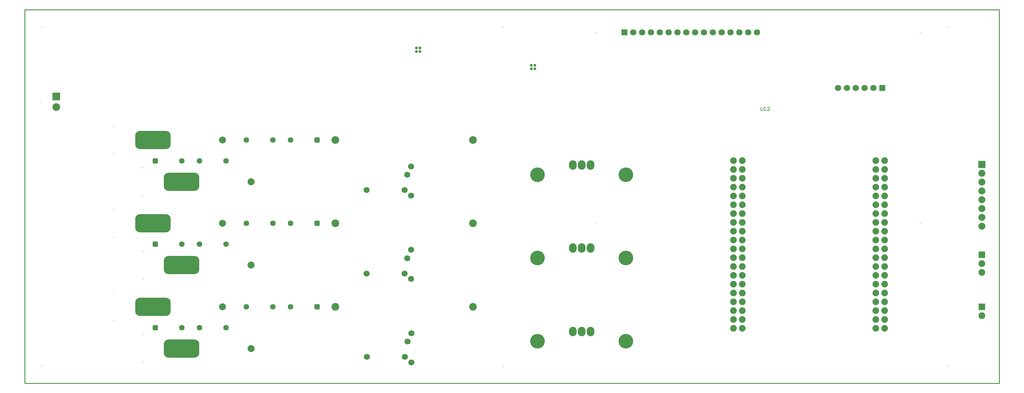
<source format=gbs>
G04 Layer_Color=16711935*
%FSLAX43Y43*%
%MOMM*%
G71*
G01*
G75*
%ADD37C,0.254*%
%ADD38C,0.178*%
%ADD95O,2.203X2.703*%
%ADD96C,2.203*%
%ADD97R,0.203X0.203*%
%ADD98C,2.003*%
%ADD99C,1.803*%
%ADD100R,1.803X1.803*%
%ADD101C,1.727*%
%ADD104C,1.903*%
%ADD105R,1.953X1.953*%
%ADD106C,1.953*%
%ADD107C,4.203*%
%ADD108R,2.203X2.203*%
%ADD109R,0.203X0.203*%
%ADD110R,2.003X2.003*%
%ADD111C,1.603*%
G04:AMPARAMS|DCode=112|XSize=1.603mm|YSize=1.603mm|CornerRadius=0.452mm|HoleSize=0mm|Usage=FLASHONLY|Rotation=0.000|XOffset=0mm|YOffset=0mm|HoleType=Round|Shape=RoundedRectangle|*
%AMROUNDEDRECTD112*
21,1,1.603,0.700,0,0,0.0*
21,1,0.700,1.603,0,0,0.0*
1,1,0.903,0.350,-0.350*
1,1,0.903,-0.350,-0.350*
1,1,0.903,-0.350,0.350*
1,1,0.903,0.350,0.350*
%
%ADD112ROUNDEDRECTD112*%
%ADD113C,0.803*%
G04:AMPARAMS|DCode=114|XSize=10.203mm|YSize=5.203mm|CornerRadius=1.352mm|HoleSize=0mm|Usage=FLASHONLY|Rotation=180.000|XOffset=0mm|YOffset=0mm|HoleType=Round|Shape=RoundedRectangle|*
%AMROUNDEDRECTD114*
21,1,10.203,2.500,0,0,180.0*
21,1,7.500,5.203,0,0,180.0*
1,1,2.703,-3.750,1.250*
1,1,2.703,3.750,1.250*
1,1,2.703,3.750,-1.250*
1,1,2.703,-3.750,-1.250*
%
%ADD114ROUNDEDRECTD114*%
%ADD115C,0.203*%
D37*
X0Y0D02*
Y107500D01*
X280000D01*
Y0D02*
Y107500D01*
X0Y0D02*
X280000D01*
D38*
X211476Y79508D02*
Y78661D01*
X211645Y78492D01*
X211984D01*
X212153Y78661D01*
Y79508D01*
X212492Y78492D02*
X212830D01*
X212661D01*
Y79508D01*
X212492Y79338D01*
X214015Y78492D02*
X213338D01*
X214015Y79169D01*
Y79338D01*
X213846Y79508D01*
X213507D01*
X213338Y79338D01*
D95*
X162550Y62800D02*
D03*
X160000D02*
D03*
X157450D02*
D03*
X162550Y14900D02*
D03*
X160000D02*
D03*
X157450D02*
D03*
X162550Y38900D02*
D03*
X160000D02*
D03*
X157450D02*
D03*
D96*
X128750Y70000D02*
D03*
X89250D02*
D03*
X9000Y79500D02*
D03*
X128750Y22000D02*
D03*
X89250D02*
D03*
X128750Y46000D02*
D03*
X89250D02*
D03*
D97*
X25725Y66000D02*
D03*
Y74000D02*
D03*
X33925Y6000D02*
D03*
Y14000D02*
D03*
Y30000D02*
D03*
Y38000D02*
D03*
Y54000D02*
D03*
Y62000D02*
D03*
X25725Y18000D02*
D03*
Y26000D02*
D03*
Y42000D02*
D03*
Y50000D02*
D03*
D98*
X56800Y70000D02*
D03*
X275000Y60460D02*
D03*
Y57920D02*
D03*
Y55380D02*
D03*
Y52840D02*
D03*
Y50300D02*
D03*
Y47760D02*
D03*
Y45220D02*
D03*
X65000Y10000D02*
D03*
Y34000D02*
D03*
Y58000D02*
D03*
X56800Y22000D02*
D03*
Y46000D02*
D03*
D99*
X236190Y85000D02*
D03*
X241270D02*
D03*
X243810D02*
D03*
X238730D02*
D03*
X233650D02*
D03*
X210350Y101000D02*
D03*
X205270D02*
D03*
X200190D02*
D03*
X197650D02*
D03*
X192570D02*
D03*
X187490D02*
D03*
X182410D02*
D03*
X177330D02*
D03*
X174790D02*
D03*
X179870D02*
D03*
X184950D02*
D03*
X190030D02*
D03*
X195110D02*
D03*
X202730D02*
D03*
X207810D02*
D03*
D100*
X246350Y85000D02*
D03*
X172250Y101000D02*
D03*
D101*
X111000Y54000D02*
D03*
X109880Y59970D02*
D03*
X98200Y55570D02*
D03*
X109120D02*
D03*
X111000Y62380D02*
D03*
X111100Y6000D02*
D03*
X109980Y11970D02*
D03*
X98300Y7570D02*
D03*
X109220D02*
D03*
X111100Y14380D02*
D03*
X111000Y38380D02*
D03*
X109120Y31570D02*
D03*
X98200D02*
D03*
X109880Y35970D02*
D03*
X111000Y30000D02*
D03*
D104*
X244460Y64100D02*
D03*
Y61560D02*
D03*
Y59020D02*
D03*
Y56480D02*
D03*
Y53940D02*
D03*
Y51400D02*
D03*
Y48860D02*
D03*
Y46320D02*
D03*
Y43780D02*
D03*
Y41240D02*
D03*
Y38700D02*
D03*
Y36160D02*
D03*
Y33620D02*
D03*
Y31080D02*
D03*
Y28540D02*
D03*
Y26000D02*
D03*
Y23460D02*
D03*
Y20920D02*
D03*
Y18380D02*
D03*
Y15840D02*
D03*
X247000Y64100D02*
D03*
Y61560D02*
D03*
Y59020D02*
D03*
Y56480D02*
D03*
Y53940D02*
D03*
Y51400D02*
D03*
Y48860D02*
D03*
Y46320D02*
D03*
Y43780D02*
D03*
Y41240D02*
D03*
Y38700D02*
D03*
Y36160D02*
D03*
Y33620D02*
D03*
Y31080D02*
D03*
Y28540D02*
D03*
Y26000D02*
D03*
Y23460D02*
D03*
Y20920D02*
D03*
Y18380D02*
D03*
Y15840D02*
D03*
X206100D02*
D03*
Y18380D02*
D03*
Y20920D02*
D03*
Y23460D02*
D03*
Y26000D02*
D03*
Y28540D02*
D03*
Y31080D02*
D03*
Y33620D02*
D03*
Y36160D02*
D03*
Y38700D02*
D03*
Y41240D02*
D03*
Y43780D02*
D03*
Y46320D02*
D03*
Y48860D02*
D03*
Y51400D02*
D03*
Y53940D02*
D03*
Y56480D02*
D03*
Y59020D02*
D03*
Y61560D02*
D03*
Y64100D02*
D03*
X203560Y15840D02*
D03*
Y18380D02*
D03*
Y20920D02*
D03*
Y23460D02*
D03*
Y26000D02*
D03*
Y28540D02*
D03*
Y31080D02*
D03*
Y33620D02*
D03*
Y36160D02*
D03*
Y38700D02*
D03*
Y41240D02*
D03*
Y43780D02*
D03*
Y46320D02*
D03*
Y48860D02*
D03*
Y51400D02*
D03*
Y53940D02*
D03*
Y56480D02*
D03*
Y59020D02*
D03*
Y61560D02*
D03*
Y64100D02*
D03*
D105*
X275000Y37000D02*
D03*
Y22000D02*
D03*
D106*
Y34460D02*
D03*
Y31920D02*
D03*
Y19460D02*
D03*
D107*
X172700Y12100D02*
D03*
X147300D02*
D03*
X172700Y60000D02*
D03*
X147300D02*
D03*
X172700Y36000D02*
D03*
X147300D02*
D03*
D108*
X9000Y82500D02*
D03*
D109*
X4680Y81000D02*
D03*
D110*
X275000Y63000D02*
D03*
D111*
X57820Y64000D02*
D03*
X50200D02*
D03*
X45120D02*
D03*
X76380Y22000D02*
D03*
X71300D02*
D03*
X63680D02*
D03*
X57820Y16000D02*
D03*
X50200D02*
D03*
X45120D02*
D03*
X76380Y46000D02*
D03*
X71300D02*
D03*
X63680D02*
D03*
X57820Y40000D02*
D03*
X50200D02*
D03*
X45120D02*
D03*
X76380Y70000D02*
D03*
X71300D02*
D03*
X63680D02*
D03*
D112*
X37500Y64000D02*
D03*
X84000Y22000D02*
D03*
X37500Y16000D02*
D03*
X84000Y46000D02*
D03*
X37500Y40000D02*
D03*
X84000Y70000D02*
D03*
D113*
X112500Y96500D02*
D03*
X113500D02*
D03*
X112500Y95500D02*
D03*
X113500D02*
D03*
X145500Y91500D02*
D03*
X146500D02*
D03*
X145500Y90500D02*
D03*
X146500D02*
D03*
D114*
X36800Y70000D02*
D03*
X45000Y10000D02*
D03*
Y34000D02*
D03*
Y58000D02*
D03*
X36800Y22000D02*
D03*
Y46000D02*
D03*
D115*
X5000Y102500D02*
D03*
X164250Y101000D02*
D03*
Y46000D02*
D03*
X257270D02*
D03*
X257250Y101000D02*
D03*
X5000Y5000D02*
D03*
X137500Y5000D02*
D03*
X265000Y5000D02*
D03*
Y102500D02*
D03*
X137500D02*
D03*
M02*

</source>
